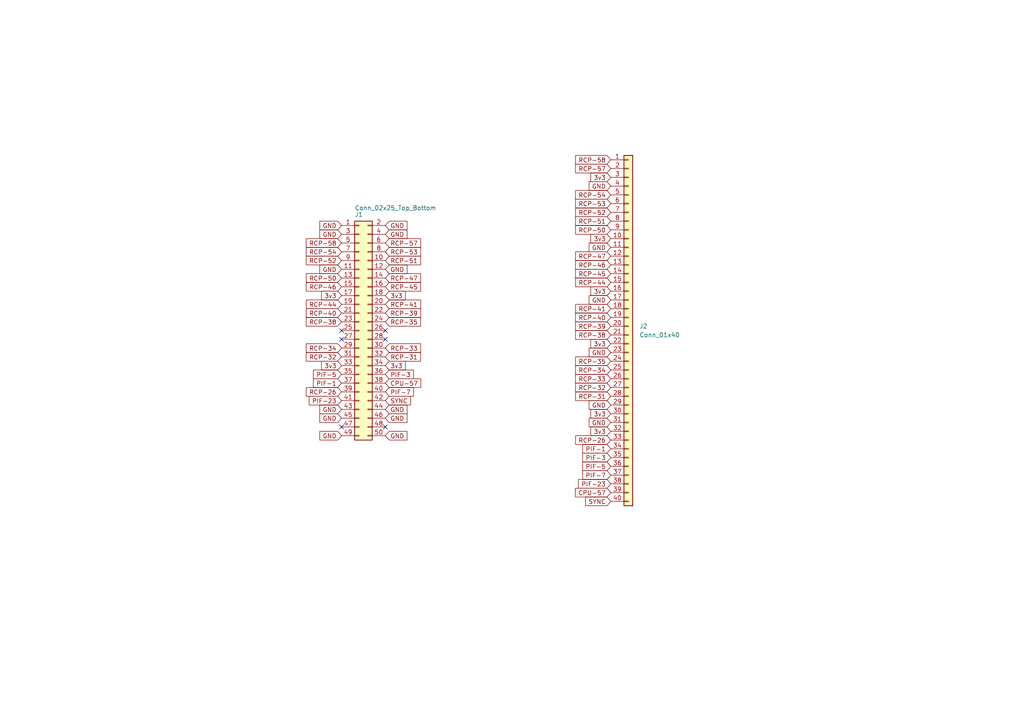
<source format=kicad_sch>
(kicad_sch (version 20230121) (generator eeschema)
  (paper "A4")
  (lib_symbols
    (symbol "Connector_Generic:Conn_01x40" (pin_names (offset 1.016) hide)
      (property "Reference" "J" (at 0 50.8 0))
      (property "Value" "Conn_01x40" (at 0 -53.34 0))
      (symbol "Conn_01x40_1_1"
        (rectangle (start -1.27 -50.673) (end 0 -50.927) (stroke (width 0.1524)))
        (rectangle (start -1.27 -48.133) (end 0 -48.387) (stroke (width 0.1524)))
        (rectangle (start -1.27 -45.593) (end 0 -45.847) (stroke (width 0.1524)))
        (rectangle (start -1.27 -43.053) (end 0 -43.307) (stroke (width 0.1524)))
        (rectangle (start -1.27 -40.513) (end 0 -40.767) (stroke (width 0.1524)))
        (rectangle (start -1.27 -37.973) (end 0 -38.227) (stroke (width 0.1524)))
        (rectangle (start -1.27 -35.433) (end 0 -35.687) (stroke (width 0.1524)))
        (rectangle (start -1.27 -32.893) (end 0 -33.147) (stroke (width 0.1524)))
        (rectangle (start -1.27 -30.353) (end 0 -30.607) (stroke (width 0.1524)))
        (rectangle (start -1.27 -27.813) (end 0 -28.067) (stroke (width 0.1524)))
        (rectangle (start -1.27 -25.273) (end 0 -25.527) (stroke (width 0.1524)))
        (rectangle (start -1.27 -22.733) (end 0 -22.987) (stroke (width 0.1524)))
        (rectangle (start -1.27 -20.193) (end 0 -20.447) (stroke (width 0.1524)))
        (rectangle (start -1.27 -17.653) (end 0 -17.907) (stroke (width 0.1524)))
        (rectangle (start -1.27 -15.113) (end 0 -15.367) (stroke (width 0.1524)))
        (rectangle (start -1.27 -12.573) (end 0 -12.827) (stroke (width 0.1524)))
        (rectangle (start -1.27 -10.033) (end 0 -10.287) (stroke (width 0.1524)))
        (rectangle (start -1.27 -7.493) (end 0 -7.747) (stroke (width 0.1524)))
        (rectangle (start -1.27 -4.953) (end 0 -5.207) (stroke (width 0.1524)))
        (rectangle (start -1.27 -2.413) (end 0 -2.667) (stroke (width 0.1524)))
        (rectangle (start -1.27 0.127) (end 0 -0.127) (stroke (width 0.1524)))
        (rectangle (start -1.27 2.667) (end 0 2.413) (stroke (width 0.1524)))
        (rectangle (start -1.27 5.207) (end 0 4.953) (stroke (width 0.1524)))
        (rectangle (start -1.27 7.747) (end 0 7.493) (stroke (width 0.1524)))
        (rectangle (start -1.27 10.287) (end 0 10.033) (stroke (width 0.1524)))
        (rectangle (start -1.27 12.827) (end 0 12.573) (stroke (width 0.1524)))
        (rectangle (start -1.27 15.367) (end 0 15.113) (stroke (width 0.1524)))
        (rectangle (start -1.27 17.907) (end 0 17.653) (stroke (width 0.1524)))
        (rectangle (start -1.27 20.447) (end 0 20.193) (stroke (width 0.1524)))
        (rectangle (start -1.27 22.987) (end 0 22.733) (stroke (width 0.1524)))
        (rectangle (start -1.27 25.527) (end 0 25.273) (stroke (width 0.1524)))
        (rectangle (start -1.27 28.067) (end 0 27.813) (stroke (width 0.1524)))
        (rectangle (start -1.27 30.607) (end 0 30.353) (stroke (width 0.1524)))
        (rectangle (start -1.27 33.147) (end 0 32.893) (stroke (width 0.1524)))
        (rectangle (start -1.27 35.687) (end 0 35.433) (stroke (width 0.1524)))
        (rectangle (start -1.27 38.227) (end 0 37.973) (stroke (width 0.1524)))
        (rectangle (start -1.27 40.767) (end 0 40.513) (stroke (width 0.1524)))
        (rectangle (start -1.27 43.307) (end 0 43.053) (stroke (width 0.1524)))
        (rectangle (start -1.27 45.847) (end 0 45.593) (stroke (width 0.1524)))
        (rectangle (start -1.27 48.387) (end 0 48.133) (stroke (width 0.1524)))
        (rectangle (start -1.27 49.53) (end 1.27 -52.07) (stroke (width 0.254)) (fill (type background)))
        (pin passive line (at -5.08 48.26 0) (length 3.81) (name "Pin_1") (number "1"))
        (pin passive line (at -5.08 25.4 0) (length 3.81) (name "Pin_10") (number "10"))
        (pin passive line (at -5.08 22.86 0) (length 3.81) (name "Pin_11") (number "11"))
        (pin passive line (at -5.08 20.32 0) (length 3.81) (name "Pin_12") (number "12"))
        (pin passive line (at -5.08 17.78 0) (length 3.81) (name "Pin_13") (number "13"))
        (pin passive line (at -5.08 15.24 0) (length 3.81) (name "Pin_14") (number "14"))
        (pin passive line (at -5.08 12.7 0) (length 3.81) (name "Pin_15") (number "15"))
        (pin passive line (at -5.08 10.16 0) (length 3.81) (name "Pin_16") (number "16"))
        (pin passive line (at -5.08 7.62 0) (length 3.81) (name "Pin_17") (number "17"))
        (pin passive line (at -5.08 5.08 0) (length 3.81) (name "Pin_18") (number "18"))
        (pin passive line (at -5.08 2.54 0) (length 3.81) (name "Pin_19") (number "19"))
        (pin passive line (at -5.08 45.72 0) (length 3.81) (name "Pin_2") (number "2"))
        (pin passive line (at -5.08 0 0) (length 3.81) (name "Pin_20") (number "20"))
        (pin passive line (at -5.08 -2.54 0) (length 3.81) (name "Pin_21") (number "21"))
        (pin passive line (at -5.08 -5.08 0) (length 3.81) (name "Pin_22") (number "22"))
        (pin passive line (at -5.08 -7.62 0) (length 3.81) (name "Pin_23") (number "23"))
        (pin passive line (at -5.08 -10.16 0) (length 3.81) (name "Pin_24") (number "24"))
        (pin passive line (at -5.08 -12.7 0) (length 3.81) (name "Pin_25") (number "25"))
        (pin passive line (at -5.08 -15.24 0) (length 3.81) (name "Pin_26") (number "26"))
        (pin passive line (at -5.08 -17.78 0) (length 3.81) (name "Pin_27") (number "27"))
        (pin passive line (at -5.08 -20.32 0) (length 3.81) (name "Pin_28") (number "28"))
        (pin passive line (at -5.08 -22.86 0) (length 3.81) (name "Pin_29") (number "29"))
        (pin passive line (at -5.08 43.18 0) (length 3.81) (name "Pin_3") (number "3"))
        (pin passive line (at -5.08 -25.4 0) (length 3.81) (name "Pin_30") (number "30"))
        (pin passive line (at -5.08 -27.94 0) (length 3.81) (name "Pin_31") (number "31"))
        (pin passive line (at -5.08 -30.48 0) (length 3.81) (name "Pin_32") (number "32"))
        (pin passive line (at -5.08 -33.02 0) (length 3.81) (name "Pin_33") (number "33"))
        (pin passive line (at -5.08 -35.56 0) (length 3.81) (name "Pin_34") (number "34"))
        (pin passive line (at -5.08 -38.1 0) (length 3.81) (name "Pin_35") (number "35"))
        (pin passive line (at -5.08 -40.64 0) (length 3.81) (name "Pin_36") (number "36"))
        (pin passive line (at -5.08 -43.18 0) (length 3.81) (name "Pin_37") (number "37"))
        (pin passive line (at -5.08 -45.72 0) (length 3.81) (name "Pin_38") (number "38"))
        (pin passive line (at -5.08 -48.26 0) (length 3.81) (name "Pin_39") (number "39"))
        (pin passive line (at -5.08 40.64 0) (length 3.81) (name "Pin_4") (number "4"))
        (pin passive line (at -5.08 -50.8 0) (length 3.81) (name "Pin_40") (number "40"))
        (pin passive line (at -5.08 38.1 0) (length 3.81) (name "Pin_5") (number "5"))
        (pin passive line (at -5.08 35.56 0) (length 3.81) (name "Pin_6") (number "6"))
        (pin passive line (at -5.08 33.02 0) (length 3.81) (name "Pin_7") (number "7"))
        (pin passive line (at -5.08 30.48 0) (length 3.81) (name "Pin_8") (number "8"))
        (pin passive line (at -5.08 27.94 0) (length 3.81) (name "Pin_9") (number "9"))
      )
    )
    (symbol "Connector_Generic:Conn_02x25_Odd_Even" (pin_names (offset 1.016) hide)
      (property "Reference" "J" (at 1.27 33.02 0))
      (property "Value" "Conn_02x25_Odd_Even" (at 1.27 -33.02 0))
      (symbol "Conn_02x25_Odd_Even_1_1"
        (rectangle (start -1.27 -30.353) (end 0 -30.607) (stroke (width 0.1524)))
        (rectangle (start -1.27 -27.813) (end 0 -28.067) (stroke (width 0.1524)))
        (rectangle (start -1.27 -25.273) (end 0 -25.527) (stroke (width 0.1524)))
        (rectangle (start -1.27 -22.733) (end 0 -22.987) (stroke (width 0.1524)))
        (rectangle (start -1.27 -20.193) (end 0 -20.447) (stroke (width 0.1524)))
        (rectangle (start -1.27 -17.653) (end 0 -17.907) (stroke (width 0.1524)))
        (rectangle (start -1.27 -15.113) (end 0 -15.367) (stroke (width 0.1524)))
        (rectangle (start -1.27 -12.573) (end 0 -12.827) (stroke (width 0.1524)))
        (rectangle (start -1.27 -10.033) (end 0 -10.287) (stroke (width 0.1524)))
        (rectangle (start -1.27 -7.493) (end 0 -7.747) (stroke (width 0.1524)))
        (rectangle (start -1.27 -4.953) (end 0 -5.207) (stroke (width 0.1524)))
        (rectangle (start -1.27 -2.413) (end 0 -2.667) (stroke (width 0.1524)))
        (rectangle (start -1.27 0.127) (end 0 -0.127) (stroke (width 0.1524)))
        (rectangle (start -1.27 2.667) (end 0 2.413) (stroke (width 0.1524)))
        (rectangle (start -1.27 5.207) (end 0 4.953) (stroke (width 0.1524)))
        (rectangle (start -1.27 7.747) (end 0 7.493) (stroke (width 0.1524)))
        (rectangle (start -1.27 10.287) (end 0 10.033) (stroke (width 0.1524)))
        (rectangle (start -1.27 12.827) (end 0 12.573) (stroke (width 0.1524)))
        (rectangle (start -1.27 15.367) (end 0 15.113) (stroke (width 0.1524)))
        (rectangle (start -1.27 17.907) (end 0 17.653) (stroke (width 0.1524)))
        (rectangle (start -1.27 20.447) (end 0 20.193) (stroke (width 0.1524)))
        (rectangle (start -1.27 22.987) (end 0 22.733) (stroke (width 0.1524)))
        (rectangle (start -1.27 25.527) (end 0 25.273) (stroke (width 0.1524)))
        (rectangle (start -1.27 28.067) (end 0 27.813) (stroke (width 0.1524)))
        (rectangle (start -1.27 30.607) (end 0 30.353) (stroke (width 0.1524)))
        (rectangle (start -1.27 31.75) (end 3.81 -31.75) (stroke (width 0.254)) (fill (type background)))
        (rectangle (start 3.81 -30.353) (end 2.54 -30.607) (stroke (width 0.1524)))
        (rectangle (start 3.81 -27.813) (end 2.54 -28.067) (stroke (width 0.1524)))
        (rectangle (start 3.81 -25.273) (end 2.54 -25.527) (stroke (width 0.1524)))
        (rectangle (start 3.81 -22.733) (end 2.54 -22.987) (stroke (width 0.1524)))
        (rectangle (start 3.81 -20.193) (end 2.54 -20.447) (stroke (width 0.1524)))
        (rectangle (start 3.81 -17.653) (end 2.54 -17.907) (stroke (width 0.1524)))
        (rectangle (start 3.81 -15.113) (end 2.54 -15.367) (stroke (width 0.1524)))
        (rectangle (start 3.81 -12.573) (end 2.54 -12.827) (stroke (width 0.1524)))
        (rectangle (start 3.81 -10.033) (end 2.54 -10.287) (stroke (width 0.1524)))
        (rectangle (start 3.81 -7.493) (end 2.54 -7.747) (stroke (width 0.1524)))
        (rectangle (start 3.81 -4.953) (end 2.54 -5.207) (stroke (width 0.1524)))
        (rectangle (start 3.81 -2.413) (end 2.54 -2.667) (stroke (width 0.1524)))
        (rectangle (start 3.81 0.127) (end 2.54 -0.127) (stroke (width 0.1524)))
        (rectangle (start 3.81 2.667) (end 2.54 2.413) (stroke (width 0.1524)))
        (rectangle (start 3.81 5.207) (end 2.54 4.953) (stroke (width 0.1524)))
        (rectangle (start 3.81 7.747) (end 2.54 7.493) (stroke (width 0.1524)))
        (rectangle (start 3.81 10.287) (end 2.54 10.033) (stroke (width 0.1524)))
        (rectangle (start 3.81 12.827) (end 2.54 12.573) (stroke (width 0.1524)))
        (rectangle (start 3.81 15.367) (end 2.54 15.113) (stroke (width 0.1524)))
        (rectangle (start 3.81 17.907) (end 2.54 17.653) (stroke (width 0.1524)))
        (rectangle (start 3.81 20.447) (end 2.54 20.193) (stroke (width 0.1524)))
        (rectangle (start 3.81 22.987) (end 2.54 22.733) (stroke (width 0.1524)))
        (rectangle (start 3.81 25.527) (end 2.54 25.273) (stroke (width 0.1524)))
        (rectangle (start 3.81 28.067) (end 2.54 27.813) (stroke (width 0.1524)))
        (rectangle (start 3.81 30.607) (end 2.54 30.353) (stroke (width 0.1524)))
        (pin passive line (at -5.08 30.48 0) (length 3.81) (name "Pin_1") (number "1"))
        (pin passive line (at 7.62 20.32 180) (length 3.81) (name "Pin_10") (number "10"))
        (pin passive line (at -5.08 17.78 0) (length 3.81) (name "Pin_11") (number "11"))
        (pin passive line (at 7.62 17.78 180) (length 3.81) (name "Pin_12") (number "12"))
        (pin passive line (at -5.08 15.24 0) (length 3.81) (name "Pin_13") (number "13"))
        (pin passive line (at 7.62 15.24 180) (length 3.81) (name "Pin_14") (number "14"))
        (pin passive line (at -5.08 12.7 0) (length 3.81) (name "Pin_15") (number "15"))
        (pin passive line (at 7.62 12.7 180) (length 3.81) (name "Pin_16") (number "16"))
        (pin passive line (at -5.08 10.16 0) (length 3.81) (name "Pin_17") (number "17"))
        (pin passive line (at 7.62 10.16 180) (length 3.81) (name "Pin_18") (number "18"))
        (pin passive line (at -5.08 7.62 0) (length 3.81) (name "Pin_19") (number "19"))
        (pin passive line (at 7.62 30.48 180) (length 3.81) (name "Pin_2") (number "2"))
        (pin passive line (at 7.62 7.62 180) (length 3.81) (name "Pin_20") (number "20"))
        (pin passive line (at -5.08 5.08 0) (length 3.81) (name "Pin_21") (number "21"))
        (pin passive line (at 7.62 5.08 180) (length 3.81) (name "Pin_22") (number "22"))
        (pin passive line (at -5.08 2.54 0) (length 3.81) (name "Pin_23") (number "23"))
        (pin passive line (at 7.62 2.54 180) (length 3.81) (name "Pin_24") (number "24"))
        (pin passive line (at -5.08 0 0) (length 3.81) (name "Pin_25") (number "25"))
        (pin passive line (at 7.62 0 180) (length 3.81) (name "Pin_26") (number "26"))
        (pin passive line (at -5.08 -2.54 0) (length 3.81) (name "Pin_27") (number "27"))
        (pin passive line (at 7.62 -2.54 180) (length 3.81) (name "Pin_28") (number "28"))
        (pin passive line (at -5.08 -5.08 0) (length 3.81) (name "Pin_29") (number "29"))
        (pin passive line (at -5.08 27.94 0) (length 3.81) (name "Pin_3") (number "3"))
        (pin passive line (at 7.62 -5.08 180) (length 3.81) (name "Pin_30") (number "30"))
        (pin passive line (at -5.08 -7.62 0) (length 3.81) (name "Pin_31") (number "31"))
        (pin passive line (at 7.62 -7.62 180) (length 3.81) (name "Pin_32") (number "32"))
        (pin passive line (at -5.08 -10.16 0) (length 3.81) (name "Pin_33") (number "33"))
        (pin passive line (at 7.62 -10.16 180) (length 3.81) (name "Pin_34") (number "34"))
        (pin passive line (at -5.08 -12.7 0) (length 3.81) (name "Pin_35") (number "35"))
        (pin passive line (at 7.62 -12.7 180) (length 3.81) (name "Pin_36") (number "36"))
        (pin passive line (at -5.08 -15.24 0) (length 3.81) (name "Pin_37") (number "37"))
        (pin passive line (at 7.62 -15.24 180) (length 3.81) (name "Pin_38") (number "38"))
        (pin passive line (at -5.08 -17.78 0) (length 3.81) (name "Pin_39") (number "39"))
        (pin passive line (at 7.62 27.94 180) (length 3.81) (name "Pin_4") (number "4"))
        (pin passive line (at 7.62 -17.78 180) (length 3.81) (name "Pin_40") (number "40"))
        (pin passive line (at -5.08 -20.32 0) (length 3.81) (name "Pin_41") (number "41"))
        (pin passive line (at 7.62 -20.32 180) (length 3.81) (name "Pin_42") (number "42"))
        (pin passive line (at -5.08 -22.86 0) (length 3.81) (name "Pin_43") (number "43"))
        (pin passive line (at 7.62 -22.86 180) (length 3.81) (name "Pin_44") (number "44"))
        (pin passive line (at -5.08 -25.4 0) (length 3.81) (name "Pin_45") (number "45"))
        (pin passive line (at 7.62 -25.4 180) (length 3.81) (name "Pin_46") (number "46"))
        (pin passive line (at -5.08 -27.94 0) (length 3.81) (name "Pin_47") (number "47"))
        (pin passive line (at 7.62 -27.94 180) (length 3.81) (name "Pin_48") (number "48"))
        (pin passive line (at -5.08 -30.48 0) (length 3.81) (name "Pin_49") (number "49"))
        (pin passive line (at -5.08 25.4 0) (length 3.81) (name "Pin_5") (number "5"))
        (pin passive line (at 7.62 -30.48 180) (length 3.81) (name "Pin_50") (number "50"))
        (pin passive line (at 7.62 25.4 180) (length 3.81) (name "Pin_6") (number "6"))
        (pin passive line (at -5.08 22.86 0) (length 3.81) (name "Pin_7") (number "7"))
        (pin passive line (at 7.62 22.86 180) (length 3.81) (name "Pin_8") (number "8"))
        (pin passive line (at -5.08 20.32 0) (length 3.81) (name "Pin_9") (number "9"))
      )
    )
  )
  (no_connect (at 111.76 123.825))
  (no_connect (at 99.06 95.885))
  (no_connect (at 99.06 98.425))
  (no_connect (at 111.76 98.425))
  (no_connect (at 99.06 123.825))
  (no_connect (at 111.76 95.885))
  (global_label "PIF-1" (shape input) (at 99.06 111.125 180) (property "Intersheetrefs" "${INTERSHEET_REFS}" (effects hide)))
  (global_label "PIF-23" (shape input) (at 99.06 116.205 180) (property "Intersheetrefs" "${INTERSHEET_REFS}" (effects hide)))
  (global_label "RCP-44" (shape input) (at 177.165 81.915 180) (property "Intersheetrefs" "${INTERSHEET_REFS}" (effects hide)))
  (global_label "RCP-26" (shape input) (at 99.06 113.665 180) (property "Intersheetrefs" "${INTERSHEET_REFS}" (effects hide)))
  (global_label "RCP-38" (shape input) (at 99.06 93.345 180) (property "Intersheetrefs" "${INTERSHEET_REFS}" (effects hide)))
  (global_label "GND" (shape input) (at 99.06 121.285 180) (property "Intersheetrefs" "${INTERSHEET_REFS}" (effects hide)))
  (global_label "RCP-58" (shape input) (at 177.165 46.355 180) (property "Intersheetrefs" "${INTERSHEET_REFS}" (effects hide)))
  (global_label "GND" (shape input) (at 99.06 118.745 180) (property "Intersheetrefs" "${INTERSHEET_REFS}" (effects hide)))
  (global_label "3v3" (shape input) (at 99.06 85.725 180) (property "Intersheetrefs" "${INTERSHEET_REFS}" (effects hide)))
  (global_label "RCP-39" (shape input) (at 177.165 94.615 180) (property "Intersheetrefs" "${INTERSHEET_REFS}" (effects hide)))
  (global_label "RCP-34" (shape input) (at 177.165 107.315 180) (property "Intersheetrefs" "${INTERSHEET_REFS}" (effects hide)))
  (global_label "RCP-32" (shape input) (at 177.165 112.395 180) (property "Intersheetrefs" "${INTERSHEET_REFS}" (effects hide)))
  (global_label "RCP-33" (shape input) (at 111.76 100.965 0) (property "Intersheetrefs" "${INTERSHEET_REFS}" (effects hide)))
  (global_label "RCP-32" (shape input) (at 99.06 103.505 180) (property "Intersheetrefs" "${INTERSHEET_REFS}" (effects hide)))
  (global_label "RCP-53" (shape input) (at 177.165 59.055 180) (property "Intersheetrefs" "${INTERSHEET_REFS}" (effects hide)))
  (global_label "RCP-40" (shape input) (at 99.06 90.805 180) (property "Intersheetrefs" "${INTERSHEET_REFS}" (effects hide)))
  (global_label "RCP-54" (shape input) (at 99.06 73.025 180) (property "Intersheetrefs" "${INTERSHEET_REFS}" (effects hide)))
  (global_label "CPU-57" (shape input) (at 111.76 111.125 0) (property "Intersheetrefs" "${INTERSHEET_REFS}" (effects hide)))
  (global_label "RCP-46" (shape input) (at 99.06 83.185 180) (property "Intersheetrefs" "${INTERSHEET_REFS}" (effects hide)))
  (global_label "RCP-31" (shape input) (at 111.76 103.505 0) (property "Intersheetrefs" "${INTERSHEET_REFS}" (effects hide)))
  (global_label "RCP-47" (shape input) (at 177.165 74.295 180) (property "Intersheetrefs" "${INTERSHEET_REFS}" (effects hide)))
  (global_label "PIF-5" (shape input) (at 177.165 135.255 180) (property "Intersheetrefs" "${INTERSHEET_REFS}" (effects hide)))
  (global_label "RCP-52" (shape input) (at 99.06 75.565 180) (property "Intersheetrefs" "${INTERSHEET_REFS}" (effects hide)))
  (global_label "GND" (shape input) (at 177.165 117.475 180) (property "Intersheetrefs" "${INTERSHEET_REFS}" (effects hide)))
  (global_label "RCP-51" (shape input) (at 111.76 75.565 0) (property "Intersheetrefs" "${INTERSHEET_REFS}" (effects hide)))
  (global_label "GND" (shape input) (at 99.06 126.365 180) (property "Intersheetrefs" "${INTERSHEET_REFS}" (effects hide)))
  (global_label "RCP-52" (shape input) (at 177.165 61.595 180) (property "Intersheetrefs" "${INTERSHEET_REFS}" (effects hide)))
  (global_label "RCP-58" (shape input) (at 99.06 70.485 180) (property "Intersheetrefs" "${INTERSHEET_REFS}" (effects hide)))
  (global_label "GND" (shape input) (at 111.76 121.285 0) (property "Intersheetrefs" "${INTERSHEET_REFS}" (effects hide)))
  (global_label "RCP-40" (shape input) (at 177.165 92.075 180) (property "Intersheetrefs" "${INTERSHEET_REFS}" (effects hide)))
  (global_label "PIF-7" (shape input) (at 111.76 113.665 0) (property "Intersheetrefs" "${INTERSHEET_REFS}" (effects hide)))
  (global_label "PIF-3" (shape input) (at 177.165 132.715 180) (property "Intersheetrefs" "${INTERSHEET_REFS}" (effects hide)))
  (global_label "RCP-35" (shape input) (at 111.76 93.345 0) (property "Intersheetrefs" "${INTERSHEET_REFS}" (effects hide)))
  (global_label "GND" (shape input) (at 99.06 78.105 180) (property "Intersheetrefs" "${INTERSHEET_REFS}" (effects hide)))
  (global_label "RCP-38" (shape input) (at 177.165 97.155 180) (property "Intersheetrefs" "${INTERSHEET_REFS}" (effects hide)))
  (global_label "3v3" (shape input) (at 177.165 120.015 180) (property "Intersheetrefs" "${INTERSHEET_REFS}" (effects hide)))
  (global_label "GND" (shape input) (at 111.76 126.365 0) (property "Intersheetrefs" "${INTERSHEET_REFS}" (effects hide)))
  (global_label "RCP-51" (shape input) (at 177.165 64.135 180) (property "Intersheetrefs" "${INTERSHEET_REFS}" (effects hide)))
  (global_label "RCP-46" (shape input) (at 177.165 76.835 180) (property "Intersheetrefs" "${INTERSHEET_REFS}" (effects hide)))
  (global_label "RCP-31" (shape input) (at 177.165 114.935 180) (property "Intersheetrefs" "${INTERSHEET_REFS}" (effects hide)))
  (global_label "RCP-26" (shape input) (at 177.165 127.635 180) (property "Intersheetrefs" "${INTERSHEET_REFS}" (effects hide)))
  (global_label "3v3" (shape input) (at 177.165 99.695 180) (property "Intersheetrefs" "${INTERSHEET_REFS}" (effects hide)))
  (global_label "RCP-57" (shape input) (at 111.76 70.485 0) (property "Intersheetrefs" "${INTERSHEET_REFS}" (effects hide)))
  (global_label "RCP-50" (shape input) (at 99.06 80.645 180) (property "Intersheetrefs" "${INTERSHEET_REFS}" (effects hide)))
  (global_label "PIF-5" (shape input) (at 99.06 108.585 180) (property "Intersheetrefs" "${INTERSHEET_REFS}" (effects hide)))
  (global_label "PIF-23" (shape input) (at 177.165 140.335 180) (property "Intersheetrefs" "${INTERSHEET_REFS}" (effects hide)))
  (global_label "GND" (shape input) (at 177.165 53.975 180) (property "Intersheetrefs" "${INTERSHEET_REFS}" (effects hide)))
  (global_label "3v3" (shape input) (at 99.06 106.045 180) (property "Intersheetrefs" "${INTERSHEET_REFS}" (effects hide)))
  (global_label "GND" (shape input) (at 177.165 86.995 180) (property "Intersheetrefs" "${INTERSHEET_REFS}" (effects hide)))
  (global_label "RCP-39" (shape input) (at 111.76 90.805 0) (property "Intersheetrefs" "${INTERSHEET_REFS}" (effects hide)))
  (global_label "3v3" (shape input) (at 111.76 106.045 0) (property "Intersheetrefs" "${INTERSHEET_REFS}" (effects hide)))
  (global_label "RCP-44" (shape input) (at 99.06 88.265 180) (property "Intersheetrefs" "${INTERSHEET_REFS}" (effects hide)))
  (global_label "RCP-45" (shape input) (at 177.165 79.375 180) (property "Intersheetrefs" "${INTERSHEET_REFS}" (effects hide)))
  (global_label "PIF-7" (shape input) (at 177.165 137.795 180) (property "Intersheetrefs" "${INTERSHEET_REFS}" (effects hide)))
  (global_label "RCP-41" (shape input) (at 111.76 88.265 0) (property "Intersheetrefs" "${INTERSHEET_REFS}" (effects hide)))
  (global_label "3v3" (shape input) (at 177.165 125.095 180) (property "Intersheetrefs" "${INTERSHEET_REFS}" (effects hide)))
  (global_label "RCP-47" (shape input) (at 111.76 80.645 0) (property "Intersheetrefs" "${INTERSHEET_REFS}" (effects hide)))
  (global_label "GND" (shape input) (at 177.165 102.235 180) (property "Intersheetrefs" "${INTERSHEET_REFS}" (effects hide)))
  (global_label "3v3" (shape input) (at 177.165 51.435 180) (property "Intersheetrefs" "${INTERSHEET_REFS}" (effects hide)))
  (global_label "CPU-57" (shape input) (at 177.165 142.875 180) (property "Intersheetrefs" "${INTERSHEET_REFS}" (effects hide)))
  (global_label "PIF-3" (shape input) (at 111.76 108.585 0) (property "Intersheetrefs" "${INTERSHEET_REFS}" (effects hide)))
  (global_label "RCP-35" (shape input) (at 177.165 104.775 180) (property "Intersheetrefs" "${INTERSHEET_REFS}" (effects hide)))
  (global_label "GND" (shape input) (at 111.76 78.105 0) (property "Intersheetrefs" "${INTERSHEET_REFS}" (effects hide)))
  (global_label "RCP-41" (shape input) (at 177.165 89.535 180) (property "Intersheetrefs" "${INTERSHEET_REFS}" (effects hide)))
  (global_label "RCP-50" (shape input) (at 177.165 66.675 180) (property "Intersheetrefs" "${INTERSHEET_REFS}" (effects hide)))
  (global_label "RCP-57" (shape input) (at 177.165 48.895 180) (property "Intersheetrefs" "${INTERSHEET_REFS}" (effects hide)))
  (global_label "3v3" (shape input) (at 111.76 85.725 0) (property "Intersheetrefs" "${INTERSHEET_REFS}" (effects hide)))
  (global_label "PIF-1" (shape input) (at 177.165 130.175 180) (property "Intersheetrefs" "${INTERSHEET_REFS}" (effects hide)))
  (global_label "RCP-54" (shape input) (at 177.165 56.515 180) (property "Intersheetrefs" "${INTERSHEET_REFS}" (effects hide)))
  (global_label "3v3" (shape input) (at 177.165 84.455 180) (property "Intersheetrefs" "${INTERSHEET_REFS}" (effects hide)))
  (global_label "GND" (shape input) (at 177.165 122.555 180) (property "Intersheetrefs" "${INTERSHEET_REFS}" (effects hide)))
  (global_label "SYNC" (shape input) (at 177.165 145.415 180) (property "Intersheetrefs" "${INTERSHEET_REFS}" (effects hide)))
  (global_label "RCP-34" (shape input) (at 99.06 100.965 180) (property "Intersheetrefs" "${INTERSHEET_REFS}" (effects hide)))
  (global_label "GND" (shape input) (at 111.76 67.945 0) (property "Intersheetrefs" "${INTERSHEET_REFS}" (effects hide)))
  (global_label "GND" (shape input) (at 99.06 67.945 180) (property "Intersheetrefs" "${INTERSHEET_REFS}" (effects hide)))
  (global_label "GND" (shape input) (at 111.76 65.405 0) (property "Intersheetrefs" "${INTERSHEET_REFS}" (effects hide)))
  (global_label "RCP-53" (shape input) (at 111.76 73.025 0) (property "Intersheetrefs" "${INTERSHEET_REFS}" (effects hide)))
  (global_label "GND" (shape input) (at 99.06 65.405 180) (property "Intersheetrefs" "${INTERSHEET_REFS}" (effects hide)))
  (global_label "RCP-33" (shape input) (at 177.165 109.855 180) (property "Intersheetrefs" "${INTERSHEET_REFS}" (effects hide)))
  (global_label "SYNC" (shape input) (at 111.76 116.205 0) (property "Intersheetrefs" "${INTERSHEET_REFS}" (effects hide)))
  (global_label "3v3" (shape input) (at 177.165 69.215 180) (property "Intersheetrefs" "${INTERSHEET_REFS}" (effects hide)))
  (global_label "RCP-45" (shape input) (at 111.76 83.185 0) (property "Intersheetrefs" "${INTERSHEET_REFS}" (effects hide)))
  (global_label "GND" (shape input) (at 111.76 118.745 0) (property "Intersheetrefs" "${INTERSHEET_REFS}" (effects hide)))
  (global_label "GND" (shape input) (at 177.165 71.755 180) (property "Intersheetrefs" "${INTERSHEET_REFS}" (effects hide)))
  (symbol (lib_id "Connector_Generic:Conn_02x25_Odd_Even") (at 104.14 95.885 0) (unit 1)
    (property "Reference" "J1" (at 102.87 62.23 0) (effects (justify left)))
    (property "Value" "Conn_02x25_Top_Bottom" (at 102.87 60.325 0) (effects (justify left)))
    (property "Footprint" "Connector_IDC:IDC-Header_2x25_P2.54mm_Vertical" (effects hide))
  )
  (symbol (lib_id "Connector_Generic:Conn_01x40") (at 182.245 94.615 0) (unit 1)
    (property "Reference" "J2" (at 185.42 94.615 0) (effects (justify left)))
    (property "Value" "Conn_01x40" (at 185.42 97.155 0) (effects (justify left)))
    (property "Footprint" "505110-4091:MOLEX_505110-4091" (effects hide))
  )
)
</source>
